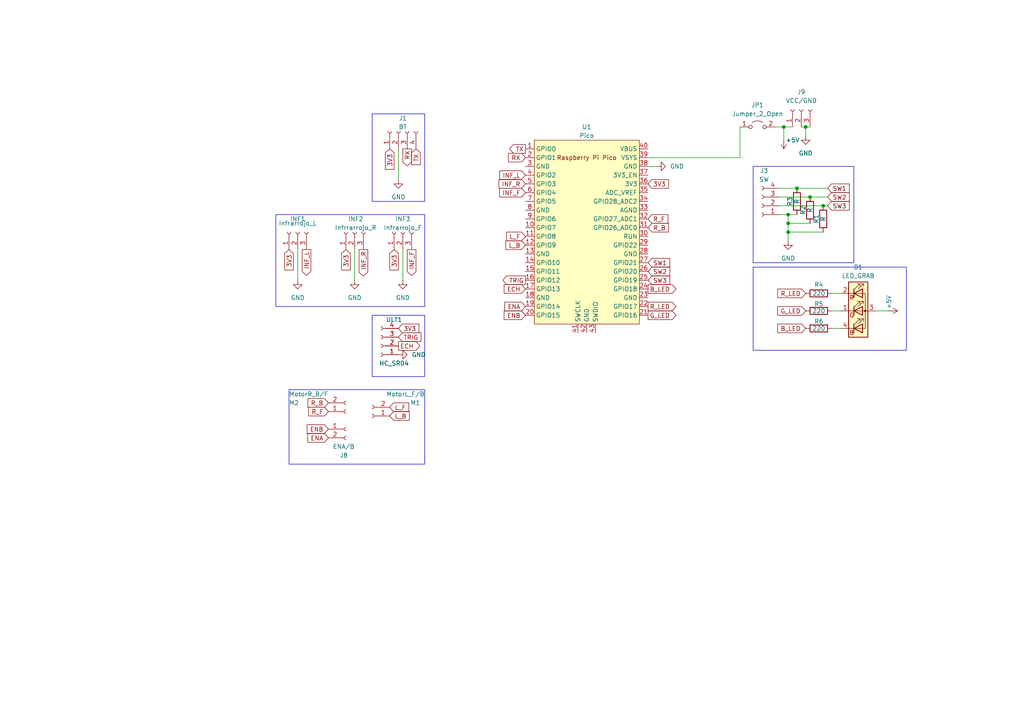
<source format=kicad_sch>
(kicad_sch (version 20230121) (generator eeschema)

  (uuid 4793dd5f-ddfa-4964-a920-07db34fd1590)

  (paper "A4")

  (title_block
    (title "Mainboard robot")
    (date "2023-11-27")
    (rev "1.6")
    (company "Yeti LLC.")
  )

  (lib_symbols
    (symbol "Connector:Conn_01x02_Female" (pin_names (offset 1.016) hide) (in_bom yes) (on_board yes)
      (property "Reference" "J" (at 0 2.54 0)
        (effects (font (size 1.27 1.27)))
      )
      (property "Value" "Conn_01x02_Female" (at 0 -5.08 0)
        (effects (font (size 1.27 1.27)))
      )
      (property "Footprint" "" (at 0 0 0)
        (effects (font (size 1.27 1.27)) hide)
      )
      (property "Datasheet" "~" (at 0 0 0)
        (effects (font (size 1.27 1.27)) hide)
      )
      (property "ki_keywords" "connector" (at 0 0 0)
        (effects (font (size 1.27 1.27)) hide)
      )
      (property "ki_description" "Generic connector, single row, 01x02, script generated (kicad-library-utils/schlib/autogen/connector/)" (at 0 0 0)
        (effects (font (size 1.27 1.27)) hide)
      )
      (property "ki_fp_filters" "Connector*:*_1x??_*" (at 0 0 0)
        (effects (font (size 1.27 1.27)) hide)
      )
      (symbol "Conn_01x02_Female_1_1"
        (arc (start 0 -2.032) (mid -0.5058 -2.54) (end 0 -3.048)
          (stroke (width 0.1524) (type default))
          (fill (type none))
        )
        (polyline
          (pts
            (xy -1.27 -2.54)
            (xy -0.508 -2.54)
          )
          (stroke (width 0.1524) (type default))
          (fill (type none))
        )
        (polyline
          (pts
            (xy -1.27 0)
            (xy -0.508 0)
          )
          (stroke (width 0.1524) (type default))
          (fill (type none))
        )
        (arc (start 0 0.508) (mid -0.5058 0) (end 0 -0.508)
          (stroke (width 0.1524) (type default))
          (fill (type none))
        )
        (pin passive line (at -5.08 0 0) (length 3.81)
          (name "Pin_1" (effects (font (size 1.27 1.27))))
          (number "1" (effects (font (size 1.27 1.27))))
        )
        (pin passive line (at -5.08 -2.54 0) (length 3.81)
          (name "Pin_2" (effects (font (size 1.27 1.27))))
          (number "2" (effects (font (size 1.27 1.27))))
        )
      )
    )
    (symbol "Connector:Conn_01x03_Female" (pin_names (offset 1.016) hide) (in_bom yes) (on_board yes)
      (property "Reference" "J" (at 0 5.08 0)
        (effects (font (size 1.27 1.27)))
      )
      (property "Value" "Conn_01x03_Female" (at 0 -5.08 0)
        (effects (font (size 1.27 1.27)))
      )
      (property "Footprint" "" (at 0 0 0)
        (effects (font (size 1.27 1.27)) hide)
      )
      (property "Datasheet" "~" (at 0 0 0)
        (effects (font (size 1.27 1.27)) hide)
      )
      (property "ki_keywords" "connector" (at 0 0 0)
        (effects (font (size 1.27 1.27)) hide)
      )
      (property "ki_description" "Generic connector, single row, 01x03, script generated (kicad-library-utils/schlib/autogen/connector/)" (at 0 0 0)
        (effects (font (size 1.27 1.27)) hide)
      )
      (property "ki_fp_filters" "Connector*:*_1x??_*" (at 0 0 0)
        (effects (font (size 1.27 1.27)) hide)
      )
      (symbol "Conn_01x03_Female_1_1"
        (arc (start 0 -2.032) (mid -0.5058 -2.54) (end 0 -3.048)
          (stroke (width 0.1524) (type default))
          (fill (type none))
        )
        (polyline
          (pts
            (xy -1.27 -2.54)
            (xy -0.508 -2.54)
          )
          (stroke (width 0.1524) (type default))
          (fill (type none))
        )
        (polyline
          (pts
            (xy -1.27 0)
            (xy -0.508 0)
          )
          (stroke (width 0.1524) (type default))
          (fill (type none))
        )
        (polyline
          (pts
            (xy -1.27 2.54)
            (xy -0.508 2.54)
          )
          (stroke (width 0.1524) (type default))
          (fill (type none))
        )
        (arc (start 0 0.508) (mid -0.5058 0) (end 0 -0.508)
          (stroke (width 0.1524) (type default))
          (fill (type none))
        )
        (arc (start 0 3.048) (mid -0.5058 2.54) (end 0 2.032)
          (stroke (width 0.1524) (type default))
          (fill (type none))
        )
        (pin passive line (at -5.08 2.54 0) (length 3.81)
          (name "Pin_1" (effects (font (size 1.27 1.27))))
          (number "1" (effects (font (size 1.27 1.27))))
        )
        (pin passive line (at -5.08 0 0) (length 3.81)
          (name "Pin_2" (effects (font (size 1.27 1.27))))
          (number "2" (effects (font (size 1.27 1.27))))
        )
        (pin passive line (at -5.08 -2.54 0) (length 3.81)
          (name "Pin_3" (effects (font (size 1.27 1.27))))
          (number "3" (effects (font (size 1.27 1.27))))
        )
      )
    )
    (symbol "Connector:Conn_01x04_Female" (pin_names (offset 1.016) hide) (in_bom yes) (on_board yes)
      (property "Reference" "J" (at 0 5.08 0)
        (effects (font (size 1.27 1.27)))
      )
      (property "Value" "Conn_01x04_Female" (at 0 -7.62 0)
        (effects (font (size 1.27 1.27)))
      )
      (property "Footprint" "" (at 0 0 0)
        (effects (font (size 1.27 1.27)) hide)
      )
      (property "Datasheet" "~" (at 0 0 0)
        (effects (font (size 1.27 1.27)) hide)
      )
      (property "ki_keywords" "connector" (at 0 0 0)
        (effects (font (size 1.27 1.27)) hide)
      )
      (property "ki_description" "Generic connector, single row, 01x04, script generated (kicad-library-utils/schlib/autogen/connector/)" (at 0 0 0)
        (effects (font (size 1.27 1.27)) hide)
      )
      (property "ki_fp_filters" "Connector*:*_1x??_*" (at 0 0 0)
        (effects (font (size 1.27 1.27)) hide)
      )
      (symbol "Conn_01x04_Female_1_1"
        (arc (start 0 -4.572) (mid -0.5058 -5.08) (end 0 -5.588)
          (stroke (width 0.1524) (type default))
          (fill (type none))
        )
        (arc (start 0 -2.032) (mid -0.5058 -2.54) (end 0 -3.048)
          (stroke (width 0.1524) (type default))
          (fill (type none))
        )
        (polyline
          (pts
            (xy -1.27 -5.08)
            (xy -0.508 -5.08)
          )
          (stroke (width 0.1524) (type default))
          (fill (type none))
        )
        (polyline
          (pts
            (xy -1.27 -2.54)
            (xy -0.508 -2.54)
          )
          (stroke (width 0.1524) (type default))
          (fill (type none))
        )
        (polyline
          (pts
            (xy -1.27 0)
            (xy -0.508 0)
          )
          (stroke (width 0.1524) (type default))
          (fill (type none))
        )
        (polyline
          (pts
            (xy -1.27 2.54)
            (xy -0.508 2.54)
          )
          (stroke (width 0.1524) (type default))
          (fill (type none))
        )
        (arc (start 0 0.508) (mid -0.5058 0) (end 0 -0.508)
          (stroke (width 0.1524) (type default))
          (fill (type none))
        )
        (arc (start 0 3.048) (mid -0.5058 2.54) (end 0 2.032)
          (stroke (width 0.1524) (type default))
          (fill (type none))
        )
        (pin passive line (at -5.08 2.54 0) (length 3.81)
          (name "Pin_1" (effects (font (size 1.27 1.27))))
          (number "1" (effects (font (size 1.27 1.27))))
        )
        (pin passive line (at -5.08 0 0) (length 3.81)
          (name "Pin_2" (effects (font (size 1.27 1.27))))
          (number "2" (effects (font (size 1.27 1.27))))
        )
        (pin passive line (at -5.08 -2.54 0) (length 3.81)
          (name "Pin_3" (effects (font (size 1.27 1.27))))
          (number "3" (effects (font (size 1.27 1.27))))
        )
        (pin passive line (at -5.08 -5.08 0) (length 3.81)
          (name "Pin_4" (effects (font (size 1.27 1.27))))
          (number "4" (effects (font (size 1.27 1.27))))
        )
      )
    )
    (symbol "Device:LED_GRAB" (pin_names (offset 0) hide) (in_bom yes) (on_board yes)
      (property "Reference" "D" (at 0 9.398 0)
        (effects (font (size 1.27 1.27)))
      )
      (property "Value" "LED_GRAB" (at 0 -8.89 0)
        (effects (font (size 1.27 1.27)))
      )
      (property "Footprint" "" (at 0 -1.27 0)
        (effects (font (size 1.27 1.27)) hide)
      )
      (property "Datasheet" "~" (at 0 -1.27 0)
        (effects (font (size 1.27 1.27)) hide)
      )
      (property "ki_keywords" "LED RGB diode" (at 0 0 0)
        (effects (font (size 1.27 1.27)) hide)
      )
      (property "ki_description" "RGB LED, green/red/anode/blue" (at 0 0 0)
        (effects (font (size 1.27 1.27)) hide)
      )
      (property "ki_fp_filters" "LED* LED_SMD:* LED_THT:*" (at 0 0 0)
        (effects (font (size 1.27 1.27)) hide)
      )
      (symbol "LED_GRAB_0_0"
        (text "B" (at -1.905 -6.35 0)
          (effects (font (size 1.27 1.27)))
        )
        (text "G" (at -1.905 -1.27 0)
          (effects (font (size 1.27 1.27)))
        )
        (text "R" (at -1.905 3.81 0)
          (effects (font (size 1.27 1.27)))
        )
      )
      (symbol "LED_GRAB_0_1"
        (polyline
          (pts
            (xy -1.27 -5.08)
            (xy -2.54 -5.08)
          )
          (stroke (width 0) (type default))
          (fill (type none))
        )
        (polyline
          (pts
            (xy -1.27 -5.08)
            (xy 1.27 -5.08)
          )
          (stroke (width 0) (type default))
          (fill (type none))
        )
        (polyline
          (pts
            (xy -1.27 -3.81)
            (xy -1.27 -6.35)
          )
          (stroke (width 0.254) (type default))
          (fill (type none))
        )
        (polyline
          (pts
            (xy -1.27 0)
            (xy -2.54 0)
          )
          (stroke (width 0) (type default))
          (fill (type none))
        )
        (polyline
          (pts
            (xy -1.27 1.27)
            (xy -1.27 -1.27)
          )
          (stroke (width 0.254) (type default))
          (fill (type none))
        )
        (polyline
          (pts
            (xy -1.27 5.08)
            (xy -2.54 5.08)
          )
          (stroke (width 0) (type default))
          (fill (type none))
        )
        (polyline
          (pts
            (xy -1.27 5.08)
            (xy 1.27 5.08)
          )
          (stroke (width 0) (type default))
          (fill (type none))
        )
        (polyline
          (pts
            (xy -1.27 6.35)
            (xy -1.27 3.81)
          )
          (stroke (width 0.254) (type default))
          (fill (type none))
        )
        (polyline
          (pts
            (xy 1.27 0)
            (xy -1.27 0)
          )
          (stroke (width 0) (type default))
          (fill (type none))
        )
        (polyline
          (pts
            (xy 1.27 0)
            (xy 2.54 0)
          )
          (stroke (width 0) (type default))
          (fill (type none))
        )
        (polyline
          (pts
            (xy -1.27 1.27)
            (xy -1.27 -1.27)
            (xy -1.27 -1.27)
          )
          (stroke (width 0) (type default))
          (fill (type none))
        )
        (polyline
          (pts
            (xy -1.27 6.35)
            (xy -1.27 3.81)
            (xy -1.27 3.81)
          )
          (stroke (width 0) (type default))
          (fill (type none))
        )
        (polyline
          (pts
            (xy 1.27 -5.08)
            (xy 2.032 -5.08)
            (xy 2.032 5.08)
            (xy 1.27 5.08)
          )
          (stroke (width 0) (type default))
          (fill (type none))
        )
        (polyline
          (pts
            (xy 1.27 -3.81)
            (xy 1.27 -6.35)
            (xy -1.27 -5.08)
            (xy 1.27 -3.81)
          )
          (stroke (width 0.254) (type default))
          (fill (type none))
        )
        (polyline
          (pts
            (xy 1.27 1.27)
            (xy 1.27 -1.27)
            (xy -1.27 0)
            (xy 1.27 1.27)
          )
          (stroke (width 0.254) (type default))
          (fill (type none))
        )
        (polyline
          (pts
            (xy 1.27 6.35)
            (xy 1.27 3.81)
            (xy -1.27 5.08)
            (xy 1.27 6.35)
          )
          (stroke (width 0.254) (type default))
          (fill (type none))
        )
        (polyline
          (pts
            (xy -1.016 -3.81)
            (xy 0.508 -2.286)
            (xy -0.254 -2.286)
            (xy 0.508 -2.286)
            (xy 0.508 -3.048)
          )
          (stroke (width 0) (type default))
          (fill (type none))
        )
        (polyline
          (pts
            (xy -1.016 1.27)
            (xy 0.508 2.794)
            (xy -0.254 2.794)
            (xy 0.508 2.794)
            (xy 0.508 2.032)
          )
          (stroke (width 0) (type default))
          (fill (type none))
        )
        (polyline
          (pts
            (xy -1.016 6.35)
            (xy 0.508 7.874)
            (xy -0.254 7.874)
            (xy 0.508 7.874)
            (xy 0.508 7.112)
          )
          (stroke (width 0) (type default))
          (fill (type none))
        )
        (polyline
          (pts
            (xy 0 -3.81)
            (xy 1.524 -2.286)
            (xy 0.762 -2.286)
            (xy 1.524 -2.286)
            (xy 1.524 -3.048)
          )
          (stroke (width 0) (type default))
          (fill (type none))
        )
        (polyline
          (pts
            (xy 0 1.27)
            (xy 1.524 2.794)
            (xy 0.762 2.794)
            (xy 1.524 2.794)
            (xy 1.524 2.032)
          )
          (stroke (width 0) (type default))
          (fill (type none))
        )
        (polyline
          (pts
            (xy 0 6.35)
            (xy 1.524 7.874)
            (xy 0.762 7.874)
            (xy 1.524 7.874)
            (xy 1.524 7.112)
          )
          (stroke (width 0) (type default))
          (fill (type none))
        )
        (rectangle (start 1.27 -1.27) (end 1.27 1.27)
          (stroke (width 0) (type default))
          (fill (type none))
        )
        (rectangle (start 1.27 1.27) (end 1.27 1.27)
          (stroke (width 0) (type default))
          (fill (type none))
        )
        (rectangle (start 1.27 3.81) (end 1.27 6.35)
          (stroke (width 0) (type default))
          (fill (type none))
        )
        (rectangle (start 1.27 6.35) (end 1.27 6.35)
          (stroke (width 0) (type default))
          (fill (type none))
        )
        (circle (center 2.032 0) (radius 0.254)
          (stroke (width 0) (type default))
          (fill (type outline))
        )
        (rectangle (start 2.794 8.382) (end -2.794 -7.62)
          (stroke (width 0.254) (type default))
          (fill (type background))
        )
      )
      (symbol "LED_GRAB_1_1"
        (pin passive line (at -5.08 0 0) (length 2.54)
          (name "GK" (effects (font (size 1.27 1.27))))
          (number "1" (effects (font (size 1.27 1.27))))
        )
        (pin passive line (at -5.08 5.08 0) (length 2.54)
          (name "RK" (effects (font (size 1.27 1.27))))
          (number "2" (effects (font (size 1.27 1.27))))
        )
        (pin passive line (at 5.08 0 180) (length 2.54)
          (name "A" (effects (font (size 1.27 1.27))))
          (number "3" (effects (font (size 1.27 1.27))))
        )
        (pin passive line (at -5.08 -5.08 0) (length 2.54)
          (name "BK" (effects (font (size 1.27 1.27))))
          (number "4" (effects (font (size 1.27 1.27))))
        )
      )
    )
    (symbol "Device:R" (pin_numbers hide) (pin_names (offset 0)) (in_bom yes) (on_board yes)
      (property "Reference" "R" (at 2.032 0 90)
        (effects (font (size 1.27 1.27)))
      )
      (property "Value" "R" (at 0 0 90)
        (effects (font (size 1.27 1.27)))
      )
      (property "Footprint" "" (at -1.778 0 90)
        (effects (font (size 1.27 1.27)) hide)
      )
      (property "Datasheet" "~" (at 0 0 0)
        (effects (font (size 1.27 1.27)) hide)
      )
      (property "ki_keywords" "R res resistor" (at 0 0 0)
        (effects (font (size 1.27 1.27)) hide)
      )
      (property "ki_description" "Resistor" (at 0 0 0)
        (effects (font (size 1.27 1.27)) hide)
      )
      (property "ki_fp_filters" "R_*" (at 0 0 0)
        (effects (font (size 1.27 1.27)) hide)
      )
      (symbol "R_0_1"
        (rectangle (start -1.016 -2.54) (end 1.016 2.54)
          (stroke (width 0.254) (type default))
          (fill (type none))
        )
      )
      (symbol "R_1_1"
        (pin passive line (at 0 3.81 270) (length 1.27)
          (name "~" (effects (font (size 1.27 1.27))))
          (number "1" (effects (font (size 1.27 1.27))))
        )
        (pin passive line (at 0 -3.81 90) (length 1.27)
          (name "~" (effects (font (size 1.27 1.27))))
          (number "2" (effects (font (size 1.27 1.27))))
        )
      )
    )
    (symbol "GND_1" (power) (pin_names (offset 0)) (in_bom yes) (on_board yes)
      (property "Reference" "#PWR" (at 0 -6.35 0)
        (effects (font (size 1.27 1.27)) hide)
      )
      (property "Value" "GND_1" (at 0 -3.81 0)
        (effects (font (size 1.27 1.27)))
      )
      (property "Footprint" "" (at 0 0 0)
        (effects (font (size 1.27 1.27)) hide)
      )
      (property "Datasheet" "" (at 0 0 0)
        (effects (font (size 1.27 1.27)) hide)
      )
      (property "ki_keywords" "global power" (at 0 0 0)
        (effects (font (size 1.27 1.27)) hide)
      )
      (property "ki_description" "Power symbol creates a global label with name \"GND\" , ground" (at 0 0 0)
        (effects (font (size 1.27 1.27)) hide)
      )
      (symbol "GND_1_0_1"
        (polyline
          (pts
            (xy 0 0)
            (xy 0 -1.27)
            (xy 1.27 -1.27)
            (xy 0 -2.54)
            (xy -1.27 -1.27)
            (xy 0 -1.27)
          )
          (stroke (width 0) (type default))
          (fill (type none))
        )
      )
      (symbol "GND_1_1_1"
        (pin power_in line (at 0 0 270) (length 0) hide
          (name "GND" (effects (font (size 1.27 1.27))))
          (number "1" (effects (font (size 1.27 1.27))))
        )
      )
    )
    (symbol "Jumper:Jumper_2_Open" (pin_names (offset 0) hide) (in_bom yes) (on_board yes)
      (property "Reference" "JP" (at 0 2.794 0)
        (effects (font (size 1.27 1.27)))
      )
      (property "Value" "Jumper_2_Open" (at 0 -2.286 0)
        (effects (font (size 1.27 1.27)))
      )
      (property "Footprint" "" (at 0 0 0)
        (effects (font (size 1.27 1.27)) hide)
      )
      (property "Datasheet" "~" (at 0 0 0)
        (effects (font (size 1.27 1.27)) hide)
      )
      (property "ki_keywords" "Jumper SPST" (at 0 0 0)
        (effects (font (size 1.27 1.27)) hide)
      )
      (property "ki_description" "Jumper, 2-pole, open" (at 0 0 0)
        (effects (font (size 1.27 1.27)) hide)
      )
      (property "ki_fp_filters" "Jumper* TestPoint*2Pads* TestPoint*Bridge*" (at 0 0 0)
        (effects (font (size 1.27 1.27)) hide)
      )
      (symbol "Jumper_2_Open_0_0"
        (circle (center -2.032 0) (radius 0.508)
          (stroke (width 0) (type default))
          (fill (type none))
        )
        (circle (center 2.032 0) (radius 0.508)
          (stroke (width 0) (type default))
          (fill (type none))
        )
      )
      (symbol "Jumper_2_Open_0_1"
        (arc (start 1.524 1.27) (mid 0 1.778) (end -1.524 1.27)
          (stroke (width 0) (type default))
          (fill (type none))
        )
      )
      (symbol "Jumper_2_Open_1_1"
        (pin passive line (at -5.08 0 0) (length 2.54)
          (name "A" (effects (font (size 1.27 1.27))))
          (number "1" (effects (font (size 1.27 1.27))))
        )
        (pin passive line (at 5.08 0 180) (length 2.54)
          (name "B" (effects (font (size 1.27 1.27))))
          (number "2" (effects (font (size 1.27 1.27))))
        )
      )
    )
    (symbol "MCU_RaspberryPi_and_Boards:Pico" (in_bom yes) (on_board yes)
      (property "Reference" "U" (at -13.97 27.94 0)
        (effects (font (size 1.27 1.27)))
      )
      (property "Value" "Pico" (at 0 19.05 0)
        (effects (font (size 1.27 1.27)))
      )
      (property "Footprint" "RPi_Pico:RPi_Pico_SMD_TH" (at 0 0 90)
        (effects (font (size 1.27 1.27)) hide)
      )
      (property "Datasheet" "" (at 0 0 0)
        (effects (font (size 1.27 1.27)) hide)
      )
      (symbol "Pico_0_0"
        (text "Raspberry Pi Pico" (at 0 21.59 0)
          (effects (font (size 1.27 1.27)))
        )
      )
      (symbol "Pico_0_1"
        (rectangle (start -15.24 26.67) (end 15.24 -26.67)
          (stroke (width 0) (type default))
          (fill (type background))
        )
      )
      (symbol "Pico_1_1"
        (pin bidirectional line (at -17.78 24.13 0) (length 2.54)
          (name "GPIO0" (effects (font (size 1.27 1.27))))
          (number "1" (effects (font (size 1.27 1.27))))
        )
        (pin bidirectional line (at -17.78 1.27 0) (length 2.54)
          (name "GPIO7" (effects (font (size 1.27 1.27))))
          (number "10" (effects (font (size 1.27 1.27))))
        )
        (pin bidirectional line (at -17.78 -1.27 0) (length 2.54)
          (name "GPIO8" (effects (font (size 1.27 1.27))))
          (number "11" (effects (font (size 1.27 1.27))))
        )
        (pin bidirectional line (at -17.78 -3.81 0) (length 2.54)
          (name "GPIO9" (effects (font (size 1.27 1.27))))
          (number "12" (effects (font (size 1.27 1.27))))
        )
        (pin power_in line (at -17.78 -6.35 0) (length 2.54)
          (name "GND" (effects (font (size 1.27 1.27))))
          (number "13" (effects (font (size 1.27 1.27))))
        )
        (pin bidirectional line (at -17.78 -8.89 0) (length 2.54)
          (name "GPIO10" (effects (font (size 1.27 1.27))))
          (number "14" (effects (font (size 1.27 1.27))))
        )
        (pin bidirectional line (at -17.78 -11.43 0) (length 2.54)
          (name "GPIO11" (effects (font (size 1.27 1.27))))
          (number "15" (effects (font (size 1.27 1.27))))
        )
        (pin bidirectional line (at -17.78 -13.97 0) (length 2.54)
          (name "GPIO12" (effects (font (size 1.27 1.27))))
          (number "16" (effects (font (size 1.27 1.27))))
        )
        (pin bidirectional line (at -17.78 -16.51 0) (length 2.54)
          (name "GPIO13" (effects (font (size 1.27 1.27))))
          (number "17" (effects (font (size 1.27 1.27))))
        )
        (pin power_in line (at -17.78 -19.05 0) (length 2.54)
          (name "GND" (effects (font (size 1.27 1.27))))
          (number "18" (effects (font (size 1.27 1.27))))
        )
        (pin bidirectional line (at -17.78 -21.59 0) (length 2.54)
          (name "GPIO14" (effects (font (size 1.27 1.27))))
          (number "19" (effects (font (size 1.27 1.27))))
        )
        (pin bidirectional line (at -17.78 21.59 0) (length 2.54)
          (name "GPIO1" (effects (font (size 1.27 1.27))))
          (number "2" (effects (font (size 1.27 1.27))))
        )
        (pin bidirectional line (at -17.78 -24.13 0) (length 2.54)
          (name "GPIO15" (effects (font (size 1.27 1.27))))
          (number "20" (effects (font (size 1.27 1.27))))
        )
        (pin bidirectional line (at 17.78 -24.13 180) (length 2.54)
          (name "GPIO16" (effects (font (size 1.27 1.27))))
          (number "21" (effects (font (size 1.27 1.27))))
        )
        (pin bidirectional line (at 17.78 -21.59 180) (length 2.54)
          (name "GPIO17" (effects (font (size 1.27 1.27))))
          (number "22" (effects (font (size 1.27 1.27))))
        )
        (pin power_in line (at 17.78 -19.05 180) (length 2.54)
          (name "GND" (effects (font (size 1.27 1.27))))
          (number "23" (effects (font (size 1.27 1.27))))
        )
        (pin bidirectional line (at 17.78 -16.51 180) (length 2.54)
          (name "GPIO18" (effects (font (size 1.27 1.27))))
          (number "24" (effects (font (size 1.27 1.27))))
        )
        (pin bidirectional line (at 17.78 -13.97 180) (length 2.54)
          (name "GPIO19" (effects (font (size 1.27 1.27))))
          (number "25" (effects (font (size 1.27 1.27))))
        )
        (pin bidirectional line (at 17.78 -11.43 180) (length 2.54)
          (name "GPIO20" (effects (font (size 1.27 1.27))))
          (number "26" (effects (font (size 1.27 1.27))))
        )
        (pin bidirectional line (at 17.78 -8.89 180) (length 2.54)
          (name "GPIO21" (effects (font (size 1.27 1.27))))
          (number "27" (effects (font (size 1.27 1.27))))
        )
        (pin power_in line (at 17.78 -6.35 180) (length 2.54)
          (name "GND" (effects (font (size 1.27 1.27))))
          (number "28" (effects (font (size 1.27 1.27))))
        )
        (pin bidirectional line (at 17.78 -3.81 180) (length 2.54)
          (name "GPIO22" (effects (font (size 1.27 1.27))))
          (number "29" (effects (font (size 1.27 1.27))))
        )
        (pin power_in line (at -17.78 19.05 0) (length 2.54)
          (name "GND" (effects (font (size 1.27 1.27))))
          (number "3" (effects (font (size 1.27 1.27))))
        )
        (pin input line (at 17.78 -1.27 180) (length 2.54)
          (name "RUN" (effects (font (size 1.27 1.27))))
          (number "30" (effects (font (size 1.27 1.27))))
        )
        (pin bidirectional line (at 17.78 1.27 180) (length 2.54)
          (name "GPIO26_ADC0" (effects (font (size 1.27 1.27))))
          (number "31" (effects (font (size 1.27 1.27))))
        )
        (pin bidirectional line (at 17.78 3.81 180) (length 2.54)
          (name "GPIO27_ADC1" (effects (font (size 1.27 1.27))))
          (number "32" (effects (font (size 1.27 1.27))))
        )
        (pin power_in line (at 17.78 6.35 180) (length 2.54)
          (name "AGND" (effects (font (size 1.27 1.27))))
          (number "33" (effects (font (size 1.27 1.27))))
        )
        (pin bidirectional line (at 17.78 8.89 180) (length 2.54)
          (name "GPIO28_ADC2" (effects (font (size 1.27 1.27))))
          (number "34" (effects (font (size 1.27 1.27))))
        )
        (pin power_in line (at 17.78 11.43 180) (length 2.54)
          (name "ADC_VREF" (effects (font (size 1.27 1.27))))
          (number "35" (effects (font (size 1.27 1.27))))
        )
        (pin power_in line (at 17.78 13.97 180) (length 2.54)
          (name "3V3" (effects (font (size 1.27 1.27))))
          (number "36" (effects (font (size 1.27 1.27))))
        )
        (pin input line (at 17.78 16.51 180) (length 2.54)
          (name "3V3_EN" (effects (font (size 1.27 1.27))))
          (number "37" (effects (font (size 1.27 1.27))))
        )
        (pin bidirectional line (at 17.78 19.05 180) (length 2.54)
          (name "GND" (effects (font (size 1.27 1.27))))
          (number "38" (effects (font (size 1.27 1.27))))
        )
        (pin power_in line (at 17.78 21.59 180) (length 2.54)
          (name "VSYS" (effects (font (size 1.27 1.27))))
          (number "39" (effects (font (size 1.27 1.27))))
        )
        (pin bidirectional line (at -17.78 16.51 0) (length 2.54)
          (name "GPIO2" (effects (font (size 1.27 1.27))))
          (number "4" (effects (font (size 1.27 1.27))))
        )
        (pin power_in line (at 17.78 24.13 180) (length 2.54)
          (name "VBUS" (effects (font (size 1.27 1.27))))
          (number "40" (effects (font (size 1.27 1.27))))
        )
        (pin input line (at -2.54 -29.21 90) (length 2.54)
          (name "SWCLK" (effects (font (size 1.27 1.27))))
          (number "41" (effects (font (size 1.27 1.27))))
        )
        (pin power_in line (at 0 -29.21 90) (length 2.54)
          (name "GND" (effects (font (size 1.27 1.27))))
          (number "42" (effects (font (size 1.27 1.27))))
        )
        (pin bidirectional line (at 2.54 -29.21 90) (length 2.54)
          (name "SWDIO" (effects (font (size 1.27 1.27))))
          (number "43" (effects (font (size 1.27 1.27))))
        )
        (pin bidirectional line (at -17.78 13.97 0) (length 2.54)
          (name "GPIO3" (effects (font (size 1.27 1.27))))
          (number "5" (effects (font (size 1.27 1.27))))
        )
        (pin bidirectional line (at -17.78 11.43 0) (length 2.54)
          (name "GPIO4" (effects (font (size 1.27 1.27))))
          (number "6" (effects (font (size 1.27 1.27))))
        )
        (pin bidirectional line (at -17.78 8.89 0) (length 2.54)
          (name "GPIO5" (effects (font (size 1.27 1.27))))
          (number "7" (effects (font (size 1.27 1.27))))
        )
        (pin power_in line (at -17.78 6.35 0) (length 2.54)
          (name "GND" (effects (font (size 1.27 1.27))))
          (number "8" (effects (font (size 1.27 1.27))))
        )
        (pin bidirectional line (at -17.78 3.81 0) (length 2.54)
          (name "GPIO6" (effects (font (size 1.27 1.27))))
          (number "9" (effects (font (size 1.27 1.27))))
        )
      )
    )
    (symbol "power:+5V" (power) (pin_names (offset 0)) (in_bom yes) (on_board yes)
      (property "Reference" "#PWR" (at 0 -3.81 0)
        (effects (font (size 1.27 1.27)) hide)
      )
      (property "Value" "+5V" (at 0 3.556 0)
        (effects (font (size 1.27 1.27)))
      )
      (property "Footprint" "" (at 0 0 0)
        (effects (font (size 1.27 1.27)) hide)
      )
      (property "Datasheet" "" (at 0 0 0)
        (effects (font (size 1.27 1.27)) hide)
      )
      (property "ki_keywords" "power-flag" (at 0 0 0)
        (effects (font (size 1.27 1.27)) hide)
      )
      (property "ki_description" "Power symbol creates a global label with name \"+5V\"" (at 0 0 0)
        (effects (font (size 1.27 1.27)) hide)
      )
      (symbol "+5V_0_1"
        (polyline
          (pts
            (xy -0.762 1.27)
            (xy 0 2.54)
          )
          (stroke (width 0) (type default))
          (fill (type none))
        )
        (polyline
          (pts
            (xy 0 0)
            (xy 0 2.54)
          )
          (stroke (width 0) (type default))
          (fill (type none))
        )
        (polyline
          (pts
            (xy 0 2.54)
            (xy 0.762 1.27)
          )
          (stroke (width 0) (type default))
          (fill (type none))
        )
      )
      (symbol "+5V_1_1"
        (pin power_in line (at 0 0 90) (length 0) hide
          (name "+5V" (effects (font (size 1.27 1.27))))
          (number "1" (effects (font (size 1.27 1.27))))
        )
      )
    )
    (symbol "power:GND" (power) (pin_names (offset 0)) (in_bom yes) (on_board yes)
      (property "Reference" "#PWR" (at 0 -6.35 0)
        (effects (font (size 1.27 1.27)) hide)
      )
      (property "Value" "GND" (at 0 -3.81 0)
        (effects (font (size 1.27 1.27)))
      )
      (property "Footprint" "" (at 0 0 0)
        (effects (font (size 1.27 1.27)) hide)
      )
      (property "Datasheet" "" (at 0 0 0)
        (effects (font (size 1.27 1.27)) hide)
      )
      (property "ki_keywords" "power-flag" (at 0 0 0)
        (effects (font (size 1.27 1.27)) hide)
      )
      (property "ki_description" "Power symbol creates a global label with name \"GND\" , ground" (at 0 0 0)
        (effects (font (size 1.27 1.27)) hide)
      )
      (symbol "GND_0_1"
        (polyline
          (pts
            (xy 0 0)
            (xy 0 -1.27)
            (xy 1.27 -1.27)
            (xy 0 -2.54)
            (xy -1.27 -1.27)
            (xy 0 -1.27)
          )
          (stroke (width 0) (type default))
          (fill (type none))
        )
      )
      (symbol "GND_1_1"
        (pin power_in line (at 0 0 270) (length 0) hide
          (name "GND" (effects (font (size 1.27 1.27))))
          (number "1" (effects (font (size 1.27 1.27))))
        )
      )
    )
  )

  (junction (at 234.95 57.15) (diameter 0) (color 0 0 0 0)
    (uuid 07750714-aee9-430a-aa23-7664c3e11cbc)
  )
  (junction (at 238.76 59.69) (diameter 0) (color 0 0 0 0)
    (uuid 0c1ac042-0890-4560-b898-063ee044bc64)
  )
  (junction (at 227.33 36.83) (diameter 0) (color 0 0 0 0)
    (uuid 0f6343ab-e097-4097-9726-e73b1844493d)
  )
  (junction (at 228.6 64.77) (diameter 0) (color 0 0 0 0)
    (uuid 249073bf-61e2-4198-aedc-930a2eaa65e4)
  )
  (junction (at 231.14 54.61) (diameter 0) (color 0 0 0 0)
    (uuid 25cdf444-5127-4636-8f19-17b64ab0b475)
  )
  (junction (at 228.6 62.23) (diameter 0) (color 0 0 0 0)
    (uuid 96435e79-6d85-4cd1-b01a-db23d406b6bd)
  )
  (junction (at 233.68 36.83) (diameter 0) (color 0 0 0 0)
    (uuid a74f9ade-b874-4696-884d-50bba6430e68)
  )
  (junction (at 228.6 67.31) (diameter 0) (color 0 0 0 0)
    (uuid a903eb2b-688d-439a-bfaa-e97dd5703a7a)
  )

  (wire (pts (xy 240.03 54.61) (xy 231.14 54.61))
    (stroke (width 0) (type default))
    (uuid 015ade66-7782-47ea-944a-cd7c885881ba)
  )
  (wire (pts (xy 228.6 64.77) (xy 228.6 67.31))
    (stroke (width 0) (type default))
    (uuid 15c5185d-6fc7-4804-afad-f923d4bfbd0b)
  )
  (wire (pts (xy 226.06 62.23) (xy 228.6 62.23))
    (stroke (width 0) (type default))
    (uuid 220b3e85-1a1f-45c3-8fcb-a7b10c4440ef)
  )
  (wire (pts (xy 241.3 90.17) (xy 243.84 90.17))
    (stroke (width 0) (type default))
    (uuid 234c837f-32f6-4e4a-b3f0-8af5d0490652)
  )
  (wire (pts (xy 228.6 62.23) (xy 231.14 62.23))
    (stroke (width 0) (type default))
    (uuid 3547b0d6-f6af-42cd-846e-693d10b25210)
  )
  (wire (pts (xy 231.14 54.61) (xy 226.06 54.61))
    (stroke (width 0) (type default))
    (uuid 4ad62a54-f8bf-4c45-99fc-a4980b2055d5)
  )
  (wire (pts (xy 240.03 59.69) (xy 238.76 59.69))
    (stroke (width 0) (type default))
    (uuid 5a6d5051-c76e-4bea-8790-0a8a44becfc6)
  )
  (wire (pts (xy 234.95 57.15) (xy 226.06 57.15))
    (stroke (width 0) (type default))
    (uuid 624a5ef9-cde7-4064-9c8b-675c98d6c7f7)
  )
  (wire (pts (xy 233.68 36.83) (xy 234.95 36.83))
    (stroke (width 0) (type default))
    (uuid 6bbe1478-146f-4411-99be-4d236e14f83b)
  )
  (wire (pts (xy 240.03 57.15) (xy 234.95 57.15))
    (stroke (width 0) (type default))
    (uuid 71cd3f6f-d007-46f2-9492-10f88d205547)
  )
  (wire (pts (xy 254 90.17) (xy 257.81 90.17))
    (stroke (width 0) (type default))
    (uuid 7510df7f-eb84-469e-a632-f19679d55157)
  )
  (wire (pts (xy 228.6 64.77) (xy 234.95 64.77))
    (stroke (width 0) (type default))
    (uuid 76849a86-6757-4567-bb91-41c6c3cefbc5)
  )
  (wire (pts (xy 115.57 52.07) (xy 115.57 43.18))
    (stroke (width 0) (type default))
    (uuid 7d8cd526-7fd4-4ebd-bc59-b15db0e6c11e)
  )
  (wire (pts (xy 241.3 95.25) (xy 243.84 95.25))
    (stroke (width 0) (type default))
    (uuid 81afa657-b70b-43b2-8f8a-7c4b5ac47d99)
  )
  (wire (pts (xy 238.76 59.69) (xy 226.06 59.69))
    (stroke (width 0) (type default))
    (uuid 83926acb-3f02-4705-99c7-e3fa0cc1bede)
  )
  (wire (pts (xy 224.79 36.83) (xy 227.33 36.83))
    (stroke (width 0) (type default))
    (uuid 965730ef-60ae-4c2d-b2bf-21d8c3fb5fed)
  )
  (wire (pts (xy 228.6 67.31) (xy 228.6 69.85))
    (stroke (width 0) (type default))
    (uuid a30107b0-ea5c-4bb8-91e8-727304f47836)
  )
  (wire (pts (xy 232.41 36.83) (xy 233.68 36.83))
    (stroke (width 0) (type default))
    (uuid afa2380d-6266-4228-807b-e323ee282953)
  )
  (wire (pts (xy 228.6 62.23) (xy 228.6 64.77))
    (stroke (width 0) (type default))
    (uuid b7e31a32-92d6-4578-8a4f-aa664e546b13)
  )
  (wire (pts (xy 116.84 72.39) (xy 116.84 81.28))
    (stroke (width 0) (type default))
    (uuid c0336b1b-efe5-41ea-99c1-b10f27276942)
  )
  (wire (pts (xy 227.33 36.83) (xy 227.33 40.64))
    (stroke (width 0) (type default))
    (uuid c6e9cac4-e95d-4bd4-8df0-17a4bdbafb68)
  )
  (wire (pts (xy 86.36 72.39) (xy 86.36 81.28))
    (stroke (width 0) (type default))
    (uuid de6ea51e-8328-4cbb-974e-3a68ccbbdb67)
  )
  (wire (pts (xy 102.87 72.39) (xy 102.87 81.28))
    (stroke (width 0) (type default))
    (uuid e37b6192-2c53-4e77-8dbc-a4145571830d)
  )
  (wire (pts (xy 228.6 67.31) (xy 238.76 67.31))
    (stroke (width 0) (type default))
    (uuid e483fcb2-01cd-4833-ad9f-09e066bf864c)
  )
  (wire (pts (xy 187.96 48.26) (xy 190.5 48.26))
    (stroke (width 0) (type default))
    (uuid e9a08b7f-45c4-4763-9d0c-26c89974c1f7)
  )
  (wire (pts (xy 227.33 36.83) (xy 229.87 36.83))
    (stroke (width 0) (type default))
    (uuid e9b4498b-f1b8-42dc-93ca-f76765b23746)
  )
  (wire (pts (xy 241.3 85.09) (xy 243.84 85.09))
    (stroke (width 0) (type default))
    (uuid edb66d6e-c89b-475b-84b2-d33fb73731cd)
  )
  (wire (pts (xy 233.68 36.83) (xy 233.68 39.37))
    (stroke (width 0) (type default))
    (uuid efa43e66-c38d-494f-ac25-9dbbe471c4b8)
  )
  (wire (pts (xy 214.63 45.72) (xy 214.63 36.83))
    (stroke (width 0) (type default))
    (uuid fc15bcc7-9837-41ac-b912-6e82a677af83)
  )
  (wire (pts (xy 187.96 45.72) (xy 214.63 45.72))
    (stroke (width 0) (type default))
    (uuid ffaa8d05-099a-44a1-936c-7e0226f0418a)
  )

  (rectangle (start 218.44 48.26) (end 247.65 76.2)
    (stroke (width 0) (type default))
    (fill (type none))
    (uuid 2b7dd08d-3fb9-467e-a694-645097587202)
  )
  (rectangle (start 218.44 77.47) (end 262.89 101.6)
    (stroke (width 0) (type default))
    (fill (type none))
    (uuid 6cbc8b20-050d-4d98-a3e6-99f2b05b5657)
  )
  (rectangle (start 83.82 113.03) (end 123.19 134.62)
    (stroke (width 0) (type default))
    (fill (type none))
    (uuid 7a1d3882-6b58-4293-974e-5fc121ae6cf4)
  )
  (rectangle (start 107.95 33.02) (end 123.19 58.42)
    (stroke (width 0) (type default))
    (fill (type none))
    (uuid f316d641-f017-4992-a71a-b1db1cbf44d7)
  )
  (rectangle (start 80.01 62.23) (end 123.19 88.9)
    (stroke (width 0) (type default))
    (fill (type none))
    (uuid f76e4f09-b949-4e74-8700-bb36035b45e3)
  )
  (rectangle (start 107.95 91.44) (end 123.19 109.22)
    (stroke (width 0) (type default))
    (fill (type none))
    (uuid fa3aa5cd-1399-45fa-bfac-4dd7a5a5496e)
  )

  (global_label "B_LED" (shape output) (at 187.96 83.82 0) (fields_autoplaced)
    (effects (font (size 1.27 1.27)) (justify left))
    (uuid 09fb3ef6-bbb4-4570-a57b-f401ca25a394)
    (property "Intersheetrefs" "${INTERSHEET_REFS}" (at 196.5505 83.82 0)
      (effects (font (size 1.27 1.27)) (justify left) hide)
    )
  )
  (global_label "L_F" (shape input) (at 113.03 118.11 0) (fields_autoplaced)
    (effects (font (size 1.27 1.27)) (justify left))
    (uuid 127d2779-0ea4-47ac-9560-027db2d00a27)
    (property "Intersheetrefs" "${INTERSHEET_REFS}" (at 119.0201 118.11 0)
      (effects (font (size 1.27 1.27)) (justify left) hide)
    )
  )
  (global_label "R_LED" (shape input) (at 233.68 85.09 180) (fields_autoplaced)
    (effects (font (size 1.27 1.27)) (justify right))
    (uuid 16f04c9d-9263-4dc6-9b96-3d9758207a88)
    (property "Intersheetrefs" "${INTERSHEET_REFS}" (at 225.0895 85.09 0)
      (effects (font (size 1.27 1.27)) (justify right) hide)
    )
  )
  (global_label "3V3" (shape input) (at 100.33 72.39 270) (fields_autoplaced)
    (effects (font (size 1.27 1.27)) (justify right))
    (uuid 189c9bdc-d7d2-406e-9a01-fd8ba9af51e3)
    (property "Intersheetrefs" "${INTERSHEET_REFS}" (at 100.33 78.8034 90)
      (effects (font (size 1.27 1.27)) (justify right) hide)
    )
  )
  (global_label "TRIG" (shape output) (at 152.4 81.28 180) (fields_autoplaced)
    (effects (font (size 1.27 1.27)) (justify right))
    (uuid 1acdacc2-319b-4329-a835-a4225bdd5222)
    (property "Intersheetrefs" "${INTERSHEET_REFS}" (at 145.3818 81.28 0)
      (effects (font (size 1.27 1.27)) (justify right) hide)
    )
  )
  (global_label "B_LED" (shape input) (at 233.68 95.25 180) (fields_autoplaced)
    (effects (font (size 1.27 1.27)) (justify right))
    (uuid 20df0e9a-0f62-47d1-b585-842503b3dca8)
    (property "Intersheetrefs" "${INTERSHEET_REFS}" (at 225.0895 95.25 0)
      (effects (font (size 1.27 1.27)) (justify right) hide)
    )
  )
  (global_label "3V3" (shape input) (at 114.3 72.39 270) (fields_autoplaced)
    (effects (font (size 1.27 1.27)) (justify right))
    (uuid 2dcea909-ade3-47d2-9e1e-79acc97536ad)
    (property "Intersheetrefs" "${INTERSHEET_REFS}" (at 114.3 78.8034 90)
      (effects (font (size 1.27 1.27)) (justify right) hide)
    )
  )
  (global_label "TX" (shape output) (at 152.4 43.18 180) (fields_autoplaced)
    (effects (font (size 1.27 1.27)) (justify right))
    (uuid 32505adf-09f0-485e-af46-b8c63f6656b2)
    (property "Intersheetrefs" "${INTERSHEET_REFS}" (at 147.3171 43.18 0)
      (effects (font (size 1.27 1.27)) (justify right) hide)
    )
  )
  (global_label "RX" (shape output) (at 118.11 43.18 270) (fields_autoplaced)
    (effects (font (size 1.27 1.27)) (justify right))
    (uuid 3ba33d9a-f192-4a7b-8934-f4acc0298fd2)
    (property "Intersheetrefs" "${INTERSHEET_REFS}" (at 118.11 48.5653 90)
      (effects (font (size 1.27 1.27)) (justify right) hide)
    )
  )
  (global_label "R_F" (shape input) (at 95.25 119.38 180) (fields_autoplaced)
    (effects (font (size 1.27 1.27)) (justify right))
    (uuid 400933b7-3119-4181-adf4-eaf0ac6c296f)
    (property "Intersheetrefs" "${INTERSHEET_REFS}" (at 89.018 119.38 0)
      (effects (font (size 1.27 1.27)) (justify right) hide)
    )
  )
  (global_label "3V3" (shape input) (at 83.82 72.39 270) (fields_autoplaced)
    (effects (font (size 1.27 1.27)) (justify right))
    (uuid 40dcfc3b-7922-4927-b8f6-bd5d88386eb7)
    (property "Intersheetrefs" "${INTERSHEET_REFS}" (at 83.82 78.8034 90)
      (effects (font (size 1.27 1.27)) (justify right) hide)
    )
  )
  (global_label "INF_F" (shape output) (at 119.38 72.39 270) (fields_autoplaced)
    (effects (font (size 1.27 1.27)) (justify right))
    (uuid 4157ea72-f56c-4f9b-b877-cf3662b9500f)
    (property "Intersheetrefs" "${INTERSHEET_REFS}" (at 119.38 80.3759 90)
      (effects (font (size 1.27 1.27)) (justify right) hide)
    )
  )
  (global_label "ENB" (shape input) (at 152.4 91.44 180) (fields_autoplaced)
    (effects (font (size 1.27 1.27)) (justify right))
    (uuid 43179601-5f9a-40d4-a2a6-bb420cd3a7c8)
    (property "Intersheetrefs" "${INTERSHEET_REFS}" (at 145.7447 91.44 0)
      (effects (font (size 1.27 1.27)) (justify right) hide)
    )
  )
  (global_label "SW1" (shape input) (at 187.96 76.2 0) (fields_autoplaced)
    (effects (font (size 1.27 1.27)) (justify left))
    (uuid 4740f693-9319-4d2f-a2de-3aa9642efcb4)
    (property "Intersheetrefs" "${INTERSHEET_REFS}" (at 194.7362 76.2 0)
      (effects (font (size 1.27 1.27)) (justify left) hide)
    )
  )
  (global_label "RX" (shape input) (at 152.4 45.72 180) (fields_autoplaced)
    (effects (font (size 1.27 1.27)) (justify right))
    (uuid 49f39a8a-7d37-4dc4-810d-0fc8e1d4ad7d)
    (property "Intersheetrefs" "${INTERSHEET_REFS}" (at 147.0147 45.72 0)
      (effects (font (size 1.27 1.27)) (justify right) hide)
    )
  )
  (global_label "SW3" (shape input) (at 187.96 81.28 0) (fields_autoplaced)
    (effects (font (size 1.27 1.27)) (justify left))
    (uuid 531a5347-1e05-42d1-a856-112e87b1d216)
    (property "Intersheetrefs" "${INTERSHEET_REFS}" (at 194.7362 81.28 0)
      (effects (font (size 1.27 1.27)) (justify left) hide)
    )
  )
  (global_label "SW1" (shape input) (at 240.03 54.61 0) (fields_autoplaced)
    (effects (font (size 1.27 1.27)) (justify left))
    (uuid 5444991d-8177-4ba1-a2c8-f0fc2a647939)
    (property "Intersheetrefs" "${INTERSHEET_REFS}" (at 246.8062 54.61 0)
      (effects (font (size 1.27 1.27)) (justify left) hide)
    )
  )
  (global_label "R_F" (shape input) (at 187.96 63.5 0) (fields_autoplaced)
    (effects (font (size 1.27 1.27)) (justify left))
    (uuid 54a9629e-5e4a-4c0d-874b-be4552971132)
    (property "Intersheetrefs" "${INTERSHEET_REFS}" (at 194.192 63.5 0)
      (effects (font (size 1.27 1.27)) (justify left) hide)
    )
  )
  (global_label "L_B" (shape input) (at 152.4 71.12 180) (fields_autoplaced)
    (effects (font (size 1.27 1.27)) (justify right))
    (uuid 59e7680a-6779-407b-bba8-d752480dd625)
    (property "Intersheetrefs" "${INTERSHEET_REFS}" (at 146.2285 71.12 0)
      (effects (font (size 1.27 1.27)) (justify right) hide)
    )
  )
  (global_label "SW2" (shape input) (at 187.96 78.74 0) (fields_autoplaced)
    (effects (font (size 1.27 1.27)) (justify left))
    (uuid 61ebdfe3-d3f2-4192-9e26-8c171ea18ef3)
    (property "Intersheetrefs" "${INTERSHEET_REFS}" (at 194.7362 78.74 0)
      (effects (font (size 1.27 1.27)) (justify left) hide)
    )
  )
  (global_label "INF_R" (shape input) (at 152.4 53.34 180) (fields_autoplaced)
    (effects (font (size 1.27 1.27)) (justify right))
    (uuid 62456863-eb14-426c-b81c-9d1df8a7365a)
    (property "Intersheetrefs" "${INTERSHEET_REFS}" (at 144.2327 53.34 0)
      (effects (font (size 1.27 1.27)) (justify right) hide)
    )
  )
  (global_label "G_LED" (shape input) (at 233.68 90.17 180) (fields_autoplaced)
    (effects (font (size 1.27 1.27)) (justify right))
    (uuid 6a70fc7c-8b62-4c2a-9abb-3d7477371761)
    (property "Intersheetrefs" "${INTERSHEET_REFS}" (at 225.0895 90.17 0)
      (effects (font (size 1.27 1.27)) (justify right) hide)
    )
  )
  (global_label "SW2" (shape input) (at 240.03 57.15 0) (fields_autoplaced)
    (effects (font (size 1.27 1.27)) (justify left))
    (uuid 6af1876f-d0eb-43e7-bf5a-71ed4add0697)
    (property "Intersheetrefs" "${INTERSHEET_REFS}" (at 246.8062 57.15 0)
      (effects (font (size 1.27 1.27)) (justify left) hide)
    )
  )
  (global_label "INF_L" (shape output) (at 88.9 72.39 270) (fields_autoplaced)
    (effects (font (size 1.27 1.27)) (justify right))
    (uuid 7237c71e-7722-4a39-85d7-714d74ff02f4)
    (property "Intersheetrefs" "${INTERSHEET_REFS}" (at 88.9 80.3154 90)
      (effects (font (size 1.27 1.27)) (justify right) hide)
    )
  )
  (global_label "INF_F" (shape input) (at 152.4 55.88 180) (fields_autoplaced)
    (effects (font (size 1.27 1.27)) (justify right))
    (uuid 78e37a7d-4cb0-4a9e-9989-05be84643ab9)
    (property "Intersheetrefs" "${INTERSHEET_REFS}" (at 144.4141 55.88 0)
      (effects (font (size 1.27 1.27)) (justify right) hide)
    )
  )
  (global_label "INF_R" (shape output) (at 105.41 72.39 270) (fields_autoplaced)
    (effects (font (size 1.27 1.27)) (justify right))
    (uuid 8683e801-ab27-4727-a774-357d35206792)
    (property "Intersheetrefs" "${INTERSHEET_REFS}" (at 105.41 80.5573 90)
      (effects (font (size 1.27 1.27)) (justify right) hide)
    )
  )
  (global_label "R_B" (shape input) (at 95.25 116.84 180) (fields_autoplaced)
    (effects (font (size 1.27 1.27)) (justify right))
    (uuid 897f04d8-6ac5-44f1-a9d4-ff9fa7e249a3)
    (property "Intersheetrefs" "${INTERSHEET_REFS}" (at 88.8366 116.84 0)
      (effects (font (size 1.27 1.27)) (justify right) hide)
    )
  )
  (global_label "L_B" (shape input) (at 113.03 120.65 0) (fields_autoplaced)
    (effects (font (size 1.27 1.27)) (justify left))
    (uuid 929d87d0-6b6e-4e87-a6af-e5d844ffc369)
    (property "Intersheetrefs" "${INTERSHEET_REFS}" (at 119.2015 120.65 0)
      (effects (font (size 1.27 1.27)) (justify left) hide)
    )
  )
  (global_label "ECH" (shape output) (at 115.57 100.33 0) (fields_autoplaced)
    (effects (font (size 1.27 1.27)) (justify left))
    (uuid 9f1321d9-feec-42eb-bfb2-8f89060d188b)
    (property "Intersheetrefs" "${INTERSHEET_REFS}" (at 122.2253 100.33 0)
      (effects (font (size 1.27 1.27)) (justify left) hide)
    )
  )
  (global_label "TX" (shape input) (at 120.65 43.18 270) (fields_autoplaced)
    (effects (font (size 1.27 1.27)) (justify right))
    (uuid a4d800a6-c39a-41bc-a251-7ff33fc92f16)
    (property "Intersheetrefs" "${INTERSHEET_REFS}" (at 120.65 48.2629 90)
      (effects (font (size 1.27 1.27)) (justify right) hide)
    )
  )
  (global_label "ECH" (shape input) (at 152.4 83.82 180) (fields_autoplaced)
    (effects (font (size 1.27 1.27)) (justify right))
    (uuid ae0e1c17-c299-4fd6-9aaa-de1b44191525)
    (property "Intersheetrefs" "${INTERSHEET_REFS}" (at 145.7447 83.82 0)
      (effects (font (size 1.27 1.27)) (justify right) hide)
    )
  )
  (global_label "ENA" (shape input) (at 95.25 127 180) (fields_autoplaced)
    (effects (font (size 1.27 1.27)) (justify right))
    (uuid be47e7fb-76c4-4856-abbd-332840fcecb2)
    (property "Intersheetrefs" "${INTERSHEET_REFS}" (at 88.7761 127 0)
      (effects (font (size 1.27 1.27)) (justify right) hide)
    )
  )
  (global_label "INF_L" (shape input) (at 152.4 50.8 180) (fields_autoplaced)
    (effects (font (size 1.27 1.27)) (justify right))
    (uuid c3b01085-9645-432e-89f3-cd5745650a8f)
    (property "Intersheetrefs" "${INTERSHEET_REFS}" (at 144.4746 50.8 0)
      (effects (font (size 1.27 1.27)) (justify right) hide)
    )
  )
  (global_label "G_LED" (shape output) (at 187.96 91.44 0) (fields_autoplaced)
    (effects (font (size 1.27 1.27)) (justify left))
    (uuid ca5e138a-86d7-459f-8eea-09f9eb8ebdba)
    (property "Intersheetrefs" "${INTERSHEET_REFS}" (at 196.5505 91.44 0)
      (effects (font (size 1.27 1.27)) (justify left) hide)
    )
  )
  (global_label "ENB" (shape input) (at 95.25 124.46 180) (fields_autoplaced)
    (effects (font (size 1.27 1.27)) (justify right))
    (uuid cf50d69a-908c-4ded-9bfb-715ace9a180c)
    (property "Intersheetrefs" "${INTERSHEET_REFS}" (at 88.5947 124.46 0)
      (effects (font (size 1.27 1.27)) (justify right) hide)
    )
  )
  (global_label "R_B" (shape input) (at 187.96 66.04 0) (fields_autoplaced)
    (effects (font (size 1.27 1.27)) (justify left))
    (uuid d5d4d62c-2727-458d-a7ab-1832c18cbc98)
    (property "Intersheetrefs" "${INTERSHEET_REFS}" (at 194.3734 66.04 0)
      (effects (font (size 1.27 1.27)) (justify left) hide)
    )
  )
  (global_label "3V3" (shape input) (at 113.03 43.18 270) (fields_autoplaced)
    (effects (font (size 1.27 1.27)) (justify right))
    (uuid d78f4ffe-f365-43c7-ac40-56f92bf24fa2)
    (property "Intersheetrefs" "${INTERSHEET_REFS}" (at 113.03 49.5934 90)
      (effects (font (size 1.27 1.27)) (justify right) hide)
    )
  )
  (global_label "L_F" (shape input) (at 152.4 68.58 180) (fields_autoplaced)
    (effects (font (size 1.27 1.27)) (justify right))
    (uuid dd349ed0-8bf6-4e6f-a2a1-24cc195af3e7)
    (property "Intersheetrefs" "${INTERSHEET_REFS}" (at 146.4099 68.58 0)
      (effects (font (size 1.27 1.27)) (justify right) hide)
    )
  )
  (global_label "SW3" (shape input) (at 240.03 59.69 0) (fields_autoplaced)
    (effects (font (size 1.27 1.27)) (justify left))
    (uuid e0207df5-76c3-4aed-b572-7139ae7bebc3)
    (property "Intersheetrefs" "${INTERSHEET_REFS}" (at 246.8062 59.69 0)
      (effects (font (size 1.27 1.27)) (justify left) hide)
    )
  )
  (global_label "3V3" (shape input) (at 115.57 95.25 0) (fields_autoplaced)
    (effects (font (size 1.27 1.27)) (justify left))
    (uuid e35fdddf-0385-42ec-b97f-4966454395b1)
    (property "Intersheetrefs" "${INTERSHEET_REFS}" (at 121.9834 95.25 0)
      (effects (font (size 1.27 1.27)) (justify left) hide)
    )
  )
  (global_label "R_LED" (shape output) (at 187.96 88.9 0) (fields_autoplaced)
    (effects (font (size 1.27 1.27)) (justify left))
    (uuid e8f16427-e77f-42f9-96a2-e00801d94a82)
    (property "Intersheetrefs" "${INTERSHEET_REFS}" (at 196.5505 88.9 0)
      (effects (font (size 1.27 1.27)) (justify left) hide)
    )
  )
  (global_label "3V3" (shape input) (at 187.96 53.34 0) (fields_autoplaced)
    (effects (font (size 1.27 1.27)) (justify left))
    (uuid ec1afdf2-886e-4729-95b3-5533af9260d4)
    (property "Intersheetrefs" "${INTERSHEET_REFS}" (at 194.3734 53.34 0)
      (effects (font (size 1.27 1.27)) (justify left) hide)
    )
  )
  (global_label "ENA" (shape input) (at 152.4 88.9 180) (fields_autoplaced)
    (effects (font (size 1.27 1.27)) (justify right))
    (uuid ee59d69f-ce52-4241-bb3c-6dd4822c0d52)
    (property "Intersheetrefs" "${INTERSHEET_REFS}" (at 145.9261 88.9 0)
      (effects (font (size 1.27 1.27)) (justify right) hide)
    )
  )
  (global_label "TRIG" (shape input) (at 115.57 97.79 0) (fields_autoplaced)
    (effects (font (size 1.27 1.27)) (justify left))
    (uuid fe857bf5-c16d-4498-b7c1-dea184c4a914)
    (property "Intersheetrefs" "${INTERSHEET_REFS}" (at 122.5882 97.79 0)
      (effects (font (size 1.27 1.27)) (justify left) hide)
    )
  )

  (symbol (lib_id "power:+5V") (at 227.33 40.64 0) (mirror x) (unit 1)
    (in_bom yes) (on_board yes) (dnp no)
    (uuid 09a6b472-666e-4ab5-a65f-cceacb062b3a)
    (property "Reference" "#PWR0102" (at 227.33 36.83 0)
      (effects (font (size 1.27 1.27)) hide)
    )
    (property "Value" "+5V" (at 229.87 40.64 0)
      (effects (font (size 1.27 1.27)))
    )
    (property "Footprint" "" (at 227.33 40.64 0)
      (effects (font (size 1.27 1.27)) hide)
    )
    (property "Datasheet" "" (at 227.33 40.64 0)
      (effects (font (size 1.27 1.27)) hide)
    )
    (pin "1" (uuid e12d7bbd-b9ea-4299-aef8-d1403bd26fdc))
    (instances
      (project "prueba kicad"
        (path "/4793dd5f-ddfa-4964-a920-07db34fd1590"
          (reference "#PWR0102") (unit 1)
        )
      )
    )
  )

  (symbol (lib_id "Connector:Conn_01x03_Female") (at 102.87 67.31 90) (unit 1)
    (in_bom yes) (on_board yes) (dnp no)
    (uuid 188dd403-cbcd-42e1-b25f-e88182268166)
    (property "Reference" "INF2" (at 105.41 63.5 90)
      (effects (font (size 1.27 1.27)) (justify left))
    )
    (property "Value" "Infrrarrojo_R" (at 109.22 66.04 90)
      (effects (font (size 1.27 1.27)) (justify left))
    )
    (property "Footprint" "Connector_PinSocket_2.54mm:PinSocket_1x03_P2.54mm_Vertical" (at 102.87 67.31 0)
      (effects (font (size 1.27 1.27)) hide)
    )
    (property "Datasheet" "~" (at 102.87 67.31 0)
      (effects (font (size 1.27 1.27)) hide)
    )
    (pin "1" (uuid 4bfe4e13-d0c9-48d7-a768-a76717b8d65c))
    (pin "2" (uuid 90780e49-8c5f-4727-8d66-f27e7f64b0fc))
    (pin "3" (uuid 5c072ec4-0245-44aa-9d8f-c9895776ce2b))
    (instances
      (project "prueba kicad"
        (path "/4793dd5f-ddfa-4964-a920-07db34fd1590"
          (reference "INF2") (unit 1)
        )
      )
    )
  )

  (symbol (lib_id "Device:LED_GRAB") (at 248.92 90.17 0) (unit 1)
    (in_bom yes) (on_board yes) (dnp no) (fields_autoplaced)
    (uuid 1b2757ad-f0b9-4bbf-9479-89f1a83121ee)
    (property "Reference" "D1" (at 248.92 77.47 0)
      (effects (font (size 1.27 1.27)))
    )
    (property "Value" "LED_GRAB" (at 248.92 80.01 0)
      (effects (font (size 1.27 1.27)))
    )
    (property "Footprint" "LED_THT:LED_D5.0mm-4_RGB_Wide_Pins" (at 248.92 91.44 0)
      (effects (font (size 1.27 1.27)) hide)
    )
    (property "Datasheet" "~" (at 248.92 91.44 0)
      (effects (font (size 1.27 1.27)) hide)
    )
    (pin "1" (uuid 9f96febc-1c5a-48c2-a635-67d96922ed8f))
    (pin "2" (uuid 9ba47352-5e0d-4baf-843e-6fb7048b3202))
    (pin "3" (uuid 51b84a3c-edfc-497b-a78a-3fa3726ad22e))
    (pin "4" (uuid 90945f1c-7fa7-4e40-a080-40d85c360e02))
    (instances
      (project "prueba kicad"
        (path "/4793dd5f-ddfa-4964-a920-07db34fd1590"
          (reference "D1") (unit 1)
        )
      )
    )
  )

  (symbol (lib_id "Jumper:Jumper_2_Open") (at 219.71 36.83 0) (unit 1)
    (in_bom yes) (on_board yes) (dnp no) (fields_autoplaced)
    (uuid 26e37979-14dd-4476-bf36-fe3438d9dd21)
    (property "Reference" "JP1" (at 219.71 30.48 0)
      (effects (font (size 1.27 1.27)))
    )
    (property "Value" "Jumper_2_Open" (at 219.71 33.02 0)
      (effects (font (size 1.27 1.27)))
    )
    (property "Footprint" "Connector_PinHeader_2.54mm:PinHeader_1x02_P2.54mm_Vertical" (at 219.71 36.83 0)
      (effects (font (size 1.27 1.27)) hide)
    )
    (property "Datasheet" "~" (at 219.71 36.83 0)
      (effects (font (size 1.27 1.27)) hide)
    )
    (pin "1" (uuid 95957816-5714-4f71-a708-d87b9088cc0b))
    (pin "2" (uuid 152394b6-af29-45a3-9b7d-a10e5f359337))
    (instances
      (project "prueba kicad"
        (path "/4793dd5f-ddfa-4964-a920-07db34fd1590"
          (reference "JP1") (unit 1)
        )
      )
    )
  )

  (symbol (lib_id "power:GND") (at 190.5 48.26 90) (unit 1)
    (in_bom yes) (on_board yes) (dnp no) (fields_autoplaced)
    (uuid 2e87c600-9c72-46ea-8d59-389fd6c5d6f3)
    (property "Reference" "#PWR0104" (at 196.85 48.26 0)
      (effects (font (size 1.27 1.27)) hide)
    )
    (property "Value" "GND" (at 194.31 48.2599 90)
      (effects (font (size 1.27 1.27)) (justify right))
    )
    (property "Footprint" "" (at 190.5 48.26 0)
      (effects (font (size 1.27 1.27)) hide)
    )
    (property "Datasheet" "" (at 190.5 48.26 0)
      (effects (font (size 1.27 1.27)) hide)
    )
    (pin "1" (uuid ac602c5a-69a9-46a2-ad2c-44a1b2b3a695))
    (instances
      (project "prueba kicad"
        (path "/4793dd5f-ddfa-4964-a920-07db34fd1590"
          (reference "#PWR0104") (unit 1)
        )
      )
    )
  )

  (symbol (lib_id "power:GND") (at 228.6 69.85 0) (unit 1)
    (in_bom yes) (on_board yes) (dnp no) (fields_autoplaced)
    (uuid 375c3ec5-940f-4ccb-aa07-ea24cf70b669)
    (property "Reference" "#PWR01" (at 228.6 76.2 0)
      (effects (font (size 1.27 1.27)) hide)
    )
    (property "Value" "GND" (at 228.6 74.93 0)
      (effects (font (size 1.27 1.27)))
    )
    (property "Footprint" "" (at 228.6 69.85 0)
      (effects (font (size 1.27 1.27)) hide)
    )
    (property "Datasheet" "" (at 228.6 69.85 0)
      (effects (font (size 1.27 1.27)) hide)
    )
    (pin "1" (uuid 45c3ae86-7121-49dd-bf0c-348443bb0014))
    (instances
      (project "prueba kicad"
        (path "/4793dd5f-ddfa-4964-a920-07db34fd1590"
          (reference "#PWR01") (unit 1)
        )
      )
    )
  )

  (symbol (lib_id "Device:R") (at 237.49 90.17 90) (unit 1)
    (in_bom yes) (on_board yes) (dnp no)
    (uuid 397d0993-137d-455b-ad8d-5937463bf785)
    (property "Reference" "R5" (at 237.49 88.138 90)
      (effects (font (size 1.27 1.27)))
    )
    (property "Value" "220" (at 237.49 90.17 90)
      (effects (font (size 1.27 1.27)))
    )
    (property "Footprint" "Resistor_THT:R_Axial_DIN0207_L6.3mm_D2.5mm_P10.16mm_Horizontal" (at 237.49 91.948 90)
      (effects (font (size 1.27 1.27)) hide)
    )
    (property "Datasheet" "~" (at 237.49 90.17 0)
      (effects (font (size 1.27 1.27)) hide)
    )
    (pin "1" (uuid c5e8c04b-40c2-44d2-b6a2-cbfbb8598463))
    (pin "2" (uuid 995bc0dc-da7e-4a59-959b-198abd7d4c8b))
    (instances
      (project "prueba kicad"
        (path "/4793dd5f-ddfa-4964-a920-07db34fd1590"
          (reference "R5") (unit 1)
        )
      )
    )
  )

  (symbol (lib_name "GND_1") (lib_id "power:GND") (at 102.87 81.28 0) (unit 1)
    (in_bom yes) (on_board yes) (dnp no) (fields_autoplaced)
    (uuid 4018f1e4-63a8-4d2d-8241-298699aa6e2b)
    (property "Reference" "#PWR05" (at 102.87 87.63 0)
      (effects (font (size 1.27 1.27)) hide)
    )
    (property "Value" "GND" (at 102.87 86.36 0)
      (effects (font (size 1.27 1.27)))
    )
    (property "Footprint" "" (at 102.87 81.28 0)
      (effects (font (size 1.27 1.27)) hide)
    )
    (property "Datasheet" "" (at 102.87 81.28 0)
      (effects (font (size 1.27 1.27)) hide)
    )
    (pin "1" (uuid dcdc13f3-c4ca-4f78-af61-895272857783))
    (instances
      (project "prueba kicad"
        (path "/4793dd5f-ddfa-4964-a920-07db34fd1590"
          (reference "#PWR05") (unit 1)
        )
      )
    )
  )

  (symbol (lib_id "Device:R") (at 237.49 85.09 90) (unit 1)
    (in_bom yes) (on_board yes) (dnp no)
    (uuid 4587dad4-8c72-40e8-a528-020729fb7bcb)
    (property "Reference" "R4" (at 237.49 82.55 90)
      (effects (font (size 1.27 1.27)))
    )
    (property "Value" "220" (at 237.49 85.09 90)
      (effects (font (size 1.27 1.27)))
    )
    (property "Footprint" "Resistor_THT:R_Axial_DIN0207_L6.3mm_D2.5mm_P10.16mm_Horizontal" (at 237.49 86.868 90)
      (effects (font (size 1.27 1.27)) hide)
    )
    (property "Datasheet" "~" (at 237.49 85.09 0)
      (effects (font (size 1.27 1.27)) hide)
    )
    (pin "1" (uuid 5612a835-bf79-47e0-8052-d9ad764fc70d))
    (pin "2" (uuid a84efdc5-4014-4b1f-98e8-e3b4caa5c672))
    (instances
      (project "prueba kicad"
        (path "/4793dd5f-ddfa-4964-a920-07db34fd1590"
          (reference "R4") (unit 1)
        )
      )
    )
  )

  (symbol (lib_id "Connector:Conn_01x03_Female") (at 232.41 31.75 90) (unit 1)
    (in_bom yes) (on_board yes) (dnp no) (fields_autoplaced)
    (uuid 5263759d-180c-4c46-9abd-a323b87cee53)
    (property "Reference" "J9" (at 232.41 26.67 90)
      (effects (font (size 1.27 1.27)))
    )
    (property "Value" "VCC/GND" (at 232.41 29.21 90)
      (effects (font (size 1.27 1.27)))
    )
    (property "Footprint" "Connector_PinSocket_2.54mm:PinSocket_1x03_P2.54mm_Vertical" (at 232.41 31.75 0)
      (effects (font (size 1.27 1.27)) hide)
    )
    (property "Datasheet" "~" (at 232.41 31.75 0)
      (effects (font (size 1.27 1.27)) hide)
    )
    (pin "1" (uuid 5d77a7e0-aeb1-477a-a148-7da80d491c1d))
    (pin "2" (uuid cad7d3da-d5cf-4e7b-8e94-8d7f3c6ff035))
    (pin "3" (uuid d01a81d2-a508-4b7d-a9d4-6dcd2ff910bb))
    (instances
      (project "prueba kicad"
        (path "/4793dd5f-ddfa-4964-a920-07db34fd1590"
          (reference "J9") (unit 1)
        )
      )
    )
  )

  (symbol (lib_id "Connector:Conn_01x04_Female") (at 115.57 38.1 90) (unit 1)
    (in_bom yes) (on_board yes) (dnp no)
    (uuid 557ea2ba-b1bf-447a-9521-a4c6654de487)
    (property "Reference" "J1" (at 116.84 34.29 90)
      (effects (font (size 1.27 1.27)))
    )
    (property "Value" "BT" (at 116.84 36.83 90)
      (effects (font (size 1.27 1.27)))
    )
    (property "Footprint" "Connector_PinSocket_2.54mm:PinSocket_1x04_P2.54mm_Vertical" (at 116.84 35.56 90)
      (effects (font (size 1.27 1.27)) hide)
    )
    (property "Datasheet" "~" (at 115.57 38.1 0)
      (effects (font (size 1.27 1.27)) hide)
    )
    (pin "1" (uuid 19aff430-c2d7-4295-a3ed-79a6261b6f3c))
    (pin "2" (uuid a5864b88-b53e-4614-8d8f-12254359b2b9))
    (pin "3" (uuid e1747717-c5c7-4232-a5ea-cb42967bfaf5))
    (pin "4" (uuid 4b79ffe4-f5b3-4959-8a0c-8334628d86b4))
    (instances
      (project "prueba kicad"
        (path "/4793dd5f-ddfa-4964-a920-07db34fd1590"
          (reference "J1") (unit 1)
        )
      )
    )
  )

  (symbol (lib_name "GND_1") (lib_id "power:GND") (at 116.84 81.28 0) (unit 1)
    (in_bom yes) (on_board yes) (dnp no) (fields_autoplaced)
    (uuid 5d567362-3d2c-4dc9-bdcb-59bd554d660f)
    (property "Reference" "#PWR06" (at 116.84 87.63 0)
      (effects (font (size 1.27 1.27)) hide)
    )
    (property "Value" "GND" (at 116.84 86.36 0)
      (effects (font (size 1.27 1.27)))
    )
    (property "Footprint" "" (at 116.84 81.28 0)
      (effects (font (size 1.27 1.27)) hide)
    )
    (property "Datasheet" "" (at 116.84 81.28 0)
      (effects (font (size 1.27 1.27)) hide)
    )
    (pin "1" (uuid c8b62504-a262-4996-b2e4-4b1cce6cc2a1))
    (instances
      (project "prueba kicad"
        (path "/4793dd5f-ddfa-4964-a920-07db34fd1590"
          (reference "#PWR06") (unit 1)
        )
      )
    )
  )

  (symbol (lib_id "Device:R") (at 231.14 58.42 180) (unit 1)
    (in_bom yes) (on_board yes) (dnp no)
    (uuid 689a3e73-098d-45d1-b85d-eee1934bcba6)
    (property "Reference" "R3" (at 229.108 58.42 90)
      (effects (font (size 1.27 1.27)))
    )
    (property "Value" "R" (at 231.14 58.42 90)
      (effects (font (size 1.27 1.27)))
    )
    (property "Footprint" "Resistor_THT:R_Axial_DIN0207_L6.3mm_D2.5mm_P10.16mm_Horizontal" (at 232.918 58.42 90)
      (effects (font (size 1.27 1.27)) hide)
    )
    (property "Datasheet" "~" (at 231.14 58.42 0)
      (effects (font (size 1.27 1.27)) hide)
    )
    (pin "1" (uuid 21a29951-5574-4ea1-8c0c-26d64b326ad5))
    (pin "2" (uuid 2b70b5cf-b884-4ebd-8d60-078aa4b3aea6))
    (instances
      (project "prueba kicad"
        (path "/4793dd5f-ddfa-4964-a920-07db34fd1590"
          (reference "R3") (unit 1)
        )
      )
    )
  )

  (symbol (lib_id "Connector:Conn_01x02_Female") (at 107.95 120.65 180) (unit 1)
    (in_bom yes) (on_board yes) (dnp no)
    (uuid 79adc165-35af-4409-96fa-24a06f28406e)
    (property "Reference" "M1" (at 121.92 116.84 0)
      (effects (font (size 1.27 1.27)) (justify left))
    )
    (property "Value" "MotorL_F/B" (at 123.19 114.3 0)
      (effects (font (size 1.27 1.27)) (justify left))
    )
    (property "Footprint" "Connector_PinHeader_2.54mm:PinHeader_1x02_P2.54mm_Vertical" (at 107.95 120.65 0)
      (effects (font (size 1.27 1.27)) hide)
    )
    (property "Datasheet" "~" (at 107.95 120.65 0)
      (effects (font (size 1.27 1.27)) hide)
    )
    (pin "1" (uuid 51182074-4aab-405b-8a08-9c2e153beaf7))
    (pin "2" (uuid 86f246ae-0b0b-405b-afd4-399c922ee59e))
    (instances
      (project "prueba kicad"
        (path "/4793dd5f-ddfa-4964-a920-07db34fd1590"
          (reference "M1") (unit 1)
        )
      )
    )
  )

  (symbol (lib_id "Device:R") (at 238.76 63.5 180) (unit 1)
    (in_bom yes) (on_board yes) (dnp no)
    (uuid 8789b4c8-50fe-4d2c-a9ad-3608ed478339)
    (property "Reference" "R1" (at 236.728 63.5 90)
      (effects (font (size 1.27 1.27)))
    )
    (property "Value" "R" (at 238.76 63.5 90)
      (effects (font (size 1.27 1.27)))
    )
    (property "Footprint" "Resistor_THT:R_Axial_DIN0207_L6.3mm_D2.5mm_P10.16mm_Horizontal" (at 240.538 63.5 90)
      (effects (font (size 1.27 1.27)) hide)
    )
    (property "Datasheet" "~" (at 238.76 63.5 0)
      (effects (font (size 1.27 1.27)) hide)
    )
    (pin "1" (uuid 77f1efb3-6ac1-487e-98a3-98d5c1505fc7))
    (pin "2" (uuid c34f0ca3-eaaa-4e8d-b478-e1659d3dbd4d))
    (instances
      (project "prueba kicad"
        (path "/4793dd5f-ddfa-4964-a920-07db34fd1590"
          (reference "R1") (unit 1)
        )
      )
    )
  )

  (symbol (lib_id "power:GND") (at 115.57 102.87 90) (unit 1)
    (in_bom yes) (on_board yes) (dnp no) (fields_autoplaced)
    (uuid 96699261-2393-4f32-beb9-14ff1733fbe0)
    (property "Reference" "#PWR0101" (at 121.92 102.87 0)
      (effects (font (size 1.27 1.27)) hide)
    )
    (property "Value" "GND" (at 119.38 102.87 90)
      (effects (font (size 1.27 1.27)) (justify right))
    )
    (property "Footprint" "" (at 115.57 102.87 0)
      (effects (font (size 1.27 1.27)) hide)
    )
    (property "Datasheet" "" (at 115.57 102.87 0)
      (effects (font (size 1.27 1.27)) hide)
    )
    (pin "1" (uuid 510adbdf-0a4f-4e4e-8d6d-d64a375bb5e9))
    (instances
      (project "prueba kicad"
        (path "/4793dd5f-ddfa-4964-a920-07db34fd1590"
          (reference "#PWR0101") (unit 1)
        )
      )
    )
  )

  (symbol (lib_name "GND_1") (lib_id "power:GND") (at 86.36 81.28 0) (unit 1)
    (in_bom yes) (on_board yes) (dnp no) (fields_autoplaced)
    (uuid 979c91a0-70d8-4266-98b4-d9670401a75f)
    (property "Reference" "#PWR04" (at 86.36 87.63 0)
      (effects (font (size 1.27 1.27)) hide)
    )
    (property "Value" "GND" (at 86.36 86.36 0)
      (effects (font (size 1.27 1.27)))
    )
    (property "Footprint" "" (at 86.36 81.28 0)
      (effects (font (size 1.27 1.27)) hide)
    )
    (property "Datasheet" "" (at 86.36 81.28 0)
      (effects (font (size 1.27 1.27)) hide)
    )
    (pin "1" (uuid 9bd81da2-51f5-49d3-a768-463d3528635b))
    (instances
      (project "prueba kicad"
        (path "/4793dd5f-ddfa-4964-a920-07db34fd1590"
          (reference "#PWR04") (unit 1)
        )
      )
    )
  )

  (symbol (lib_id "Connector:Conn_01x03_Female") (at 116.84 67.31 90) (unit 1)
    (in_bom yes) (on_board yes) (dnp no)
    (uuid 989a200d-0525-4ef4-81f0-18d730e43a9a)
    (property "Reference" "INF3" (at 116.84 63.5 90)
      (effects (font (size 1.27 1.27)))
    )
    (property "Value" "Infrarrojo_F" (at 116.84 66.04 90)
      (effects (font (size 1.27 1.27)))
    )
    (property "Footprint" "Connector_PinSocket_2.54mm:PinSocket_1x03_P2.54mm_Vertical" (at 116.84 67.31 0)
      (effects (font (size 1.27 1.27)) hide)
    )
    (property "Datasheet" "~" (at 116.84 67.31 0)
      (effects (font (size 1.27 1.27)) hide)
    )
    (pin "1" (uuid 4c6bca02-b522-4ecf-acf9-795f7883efb5))
    (pin "2" (uuid 22f64d08-0e0e-4a6c-a0ec-0cfcb53b0fea))
    (pin "3" (uuid 4784d8e9-4956-4f60-a69f-a28f5844458e))
    (instances
      (project "prueba kicad"
        (path "/4793dd5f-ddfa-4964-a920-07db34fd1590"
          (reference "INF3") (unit 1)
        )
      )
    )
  )

  (symbol (lib_id "Device:R") (at 234.95 60.96 180) (unit 1)
    (in_bom yes) (on_board yes) (dnp no)
    (uuid a40f264c-d9a7-46e4-af8b-d00e37cf8369)
    (property "Reference" "R2" (at 232.918 60.96 90)
      (effects (font (size 1.27 1.27)))
    )
    (property "Value" "R" (at 234.95 60.96 90)
      (effects (font (size 1.27 1.27)))
    )
    (property "Footprint" "Resistor_THT:R_Axial_DIN0207_L6.3mm_D2.5mm_P10.16mm_Horizontal" (at 236.728 60.96 90)
      (effects (font (size 1.27 1.27)) hide)
    )
    (property "Datasheet" "~" (at 234.95 60.96 0)
      (effects (font (size 1.27 1.27)) hide)
    )
    (pin "1" (uuid a0fe1ecd-0dd5-4d43-81f1-e753ed480202))
    (pin "2" (uuid acd1d304-093a-4dfe-b284-f12a0f81d8d3))
    (instances
      (project "prueba kicad"
        (path "/4793dd5f-ddfa-4964-a920-07db34fd1590"
          (reference "R2") (unit 1)
        )
      )
    )
  )

  (symbol (lib_id "Connector:Conn_01x04_Female") (at 220.98 59.69 180) (unit 1)
    (in_bom yes) (on_board yes) (dnp no) (fields_autoplaced)
    (uuid acaf8b24-b5c8-428b-a47f-48e8454e8525)
    (property "Reference" "J3" (at 221.615 49.53 0)
      (effects (font (size 1.27 1.27)))
    )
    (property "Value" "SW" (at 221.615 52.07 0)
      (effects (font (size 1.27 1.27)))
    )
    (property "Footprint" "Connector_PinSocket_2.54mm:PinSocket_1x04_P2.54mm_Vertical" (at 218.44 58.42 90)
      (effects (font (size 1.27 1.27)) hide)
    )
    (property "Datasheet" "~" (at 220.98 59.69 0)
      (effects (font (size 1.27 1.27)) hide)
    )
    (pin "1" (uuid a066fdb9-0bca-43a0-a6cd-94d00c471751))
    (pin "2" (uuid b426066b-d4d9-46aa-bce4-cef2d5dceeea))
    (pin "3" (uuid afe0a31d-7d17-489c-8849-efd522db76da))
    (pin "4" (uuid 667683fa-b09f-45e4-a3b5-f7f1a5d2fda0))
    (instances
      (project "prueba kicad"
        (path "/4793dd5f-ddfa-4964-a920-07db34fd1590"
          (reference "J3") (unit 1)
        )
      )
    )
  )

  (symbol (lib_id "MCU_RaspberryPi_and_Boards:Pico") (at 170.18 67.31 0) (unit 1)
    (in_bom yes) (on_board yes) (dnp no) (fields_autoplaced)
    (uuid ae0aeb9d-1d9a-4453-b247-5e4dc86703fc)
    (property "Reference" "U1" (at 170.18 36.83 0)
      (effects (font (size 1.27 1.27)))
    )
    (property "Value" "Pico" (at 170.18 39.37 0)
      (effects (font (size 1.27 1.27)))
    )
    (property "Footprint" "MCU_RaspberryPi_and_Boards:RPi_Pico_SMD_TH" (at 170.18 67.31 90)
      (effects (font (size 1.27 1.27)) hide)
    )
    (property "Datasheet" "" (at 170.18 67.31 0)
      (effects (font (size 1.27 1.27)) hide)
    )
    (pin "1" (uuid b6a365fb-7182-49ae-8e18-048109843c8f))
    (pin "10" (uuid 950ce7fa-f469-48c1-a59d-a9bfb9924450))
    (pin "11" (uuid 3fc41905-4cde-42b6-ba04-972346661185))
    (pin "12" (uuid d1c5b7cf-46d5-44a0-8bce-00534d74dfa8))
    (pin "13" (uuid c21e5fe1-b8c6-4c57-8bab-320275addaef))
    (pin "14" (uuid 55a171f3-1dd4-46b0-b9fd-dbacfe1fd43b))
    (pin "15" (uuid ba967aeb-6b2b-4283-9133-cc4a1b9debce))
    (pin "16" (uuid d6eeea64-0b43-47ad-8f13-0f3862a756fa))
    (pin "17" (uuid ec777ff3-6b49-4aec-896a-a754b70f98c1))
    (pin "18" (uuid 5e81cb90-39f4-469a-86ea-3cbe01aa2774))
    (pin "19" (uuid cdadd302-3e09-4f9c-90b1-4dc56a35ed5a))
    (pin "2" (uuid 43092b7d-0679-4f6b-b32d-3dc270fd69b2))
    (pin "20" (uuid 8aaa1919-0b41-4a48-84ec-9afb4876980e))
    (pin "21" (uuid 3b15ac4a-febb-40aa-b510-915ec3ba05a7))
    (pin "22" (uuid 5eb64b97-74eb-4052-9548-2f0b0d4b7702))
    (pin "23" (uuid ca24ecc2-f5a4-488c-b863-b30e4209a0c9))
    (pin "24" (uuid d4d30ce8-b979-47b5-a1df-a60e8e83e0df))
    (pin "25" (uuid 405e692d-7c68-4bbb-903c-3b6608f5843f))
    (pin "26" (uuid a4ed77dc-66ee-47b7-b03f-7757316134e5))
    (pin "27" (uuid 08efcb63-69a2-4b2f-a618-4403f39217c0))
    (pin "28" (uuid c9393001-a9e0-445f-9fd9-8412184dada8))
    (pin "29" (uuid e316fd14-a559-4bce-b7f4-70cff2966a00))
    (pin "3" (uuid e6fd86c6-1590-4f91-a43e-27f03f18292b))
    (pin "30" (uuid 2a3caee9-723d-4452-ab99-4759f6bedc7f))
    (pin "31" (uuid 8cf0db04-2aa2-4b1b-a56d-127c4781dfd6))
    (pin "32" (uuid 70697c60-9010-43ad-bd5e-6e83a4edb68f))
    (pin "33" (uuid 3e820bc2-3e79-4468-ac1c-3a00a839dd8f))
    (pin "34" (uuid 6476f48f-ec89-402e-861a-0444815d49c7))
    (pin "35" (uuid f5ab7658-46a3-4d09-b202-f68fbd9aa4e1))
    (pin "36" (uuid 5223e319-c095-4387-ad35-b05c8edb5cc3))
    (pin "37" (uuid 7a78c434-aa2e-4739-a277-98c0a8b68d27))
    (pin "38" (uuid 2631cdef-03eb-48c3-be29-343329077c0b))
    (pin "39" (uuid b445213b-43ab-474a-aa1d-36bda7706d64))
    (pin "4" (uuid 4d063880-0009-43c1-a431-d769e71ee51e))
    (pin "40" (uuid 84c56886-cdca-4958-aac5-9337589358c3))
    (pin "41" (uuid 5e883dca-29e0-47d9-adc7-e336dc6e9276))
    (pin "42" (uuid f33c7f92-9745-405b-aee5-365a7a8cafd3))
    (pin "43" (uuid 5271cc31-6c55-471c-866f-d1b8af78772b))
    (pin "5" (uuid 50a1506f-4bb0-4b51-adb6-a027dfd39e43))
    (pin "6" (uuid f5368ba8-e3f3-48de-9bfb-4e93ff3a5b56))
    (pin "7" (uuid b97daea3-9256-4f27-8fc0-fafb98a2e452))
    (pin "8" (uuid 050e1ff2-3848-4153-9dae-5df86186071d))
    (pin "9" (uuid eeadef08-4584-4c50-8ad9-027969148533))
    (instances
      (project "prueba kicad"
        (path "/4793dd5f-ddfa-4964-a920-07db34fd1590"
          (reference "U1") (unit 1)
        )
      )
    )
  )

  (symbol (lib_name "GND_1") (lib_id "power:GND") (at 115.57 52.07 0) (unit 1)
    (in_bom yes) (on_board yes) (dnp no) (fields_autoplaced)
    (uuid b8d03451-8dcb-4caf-8771-b6c71bcf30f0)
    (property "Reference" "#PWR03" (at 115.57 58.42 0)
      (effects (font (size 1.27 1.27)) hide)
    )
    (property "Value" "GND" (at 115.57 57.15 0)
      (effects (font (size 1.27 1.27)))
    )
    (property "Footprint" "" (at 115.57 52.07 0)
      (effects (font (size 1.27 1.27)) hide)
    )
    (property "Datasheet" "" (at 115.57 52.07 0)
      (effects (font (size 1.27 1.27)) hide)
    )
    (pin "1" (uuid 33e5129c-8a08-4b36-ab45-84a26d880206))
    (instances
      (project "prueba kicad"
        (path "/4793dd5f-ddfa-4964-a920-07db34fd1590"
          (reference "#PWR03") (unit 1)
        )
      )
    )
  )

  (symbol (lib_id "power:+5V") (at 257.81 90.17 270) (mirror x) (unit 1)
    (in_bom yes) (on_board yes) (dnp no)
    (uuid c7cb2174-85bc-4e0b-aa68-20525db92d06)
    (property "Reference" "#PWR02" (at 254 90.17 0)
      (effects (font (size 1.27 1.27)) hide)
    )
    (property "Value" "+5V" (at 257.81 87.63 0)
      (effects (font (size 1.27 1.27)))
    )
    (property "Footprint" "" (at 257.81 90.17 0)
      (effects (font (size 1.27 1.27)) hide)
    )
    (property "Datasheet" "" (at 257.81 90.17 0)
      (effects (font (size 1.27 1.27)) hide)
    )
    (pin "1" (uuid 60b6942e-394d-4dd5-99a1-1e94f47bc297))
    (instances
      (project "prueba kicad"
        (path "/4793dd5f-ddfa-4964-a920-07db34fd1590"
          (reference "#PWR02") (unit 1)
        )
      )
    )
  )

  (symbol (lib_id "Connector:Conn_01x03_Female") (at 86.36 67.31 90) (unit 1)
    (in_bom yes) (on_board yes) (dnp no)
    (uuid d4f51944-29af-4d70-936a-89994daaeef2)
    (property "Reference" "INF1" (at 86.36 63.5 90)
      (effects (font (size 1.27 1.27)))
    )
    (property "Value" "Infrarrojo_L" (at 86.36 64.77 90)
      (effects (font (size 1.27 1.27)))
    )
    (property "Footprint" "Connector_PinSocket_2.54mm:PinSocket_1x03_P2.54mm_Vertical" (at 86.36 64.77 90)
      (effects (font (size 1.27 1.27)) hide)
    )
    (property "Datasheet" "~" (at 86.36 67.31 0)
      (effects (font (size 1.27 1.27)) hide)
    )
    (pin "1" (uuid 305511f3-38cc-47b1-ab5e-06a6f43a4804))
    (pin "2" (uuid 8ac9e8d0-a386-4891-9a95-22dc3e7eb61d))
    (pin "3" (uuid a85c1963-8e94-4883-92eb-5368120ea2b9))
    (instances
      (project "prueba kicad"
        (path "/4793dd5f-ddfa-4964-a920-07db34fd1590"
          (reference "INF1") (unit 1)
        )
      )
    )
  )

  (symbol (lib_id "power:GND") (at 233.68 39.37 0) (unit 1)
    (in_bom yes) (on_board yes) (dnp no) (fields_autoplaced)
    (uuid d5290c7e-aa88-4cf9-ac33-060172b33844)
    (property "Reference" "#PWR0106" (at 233.68 45.72 0)
      (effects (font (size 1.27 1.27)) hide)
    )
    (property "Value" "GND" (at 233.68 44.45 0)
      (effects (font (size 1.27 1.27)))
    )
    (property "Footprint" "" (at 233.68 39.37 0)
      (effects (font (size 1.27 1.27)) hide)
    )
    (property "Datasheet" "" (at 233.68 39.37 0)
      (effects (font (size 1.27 1.27)) hide)
    )
    (pin "1" (uuid 35f4fc77-85b3-4907-adc9-1d568359dcac))
    (instances
      (project "prueba kicad"
        (path "/4793dd5f-ddfa-4964-a920-07db34fd1590"
          (reference "#PWR0106") (unit 1)
        )
      )
    )
  )

  (symbol (lib_id "Device:R") (at 237.49 95.25 90) (unit 1)
    (in_bom yes) (on_board yes) (dnp no)
    (uuid ddcd4830-9975-4144-b448-1c7c2f7ca9e4)
    (property "Reference" "R6" (at 237.49 93.218 90)
      (effects (font (size 1.27 1.27)))
    )
    (property "Value" "220" (at 237.49 95.25 90)
      (effects (font (size 1.27 1.27)))
    )
    (property "Footprint" "Resistor_THT:R_Axial_DIN0207_L6.3mm_D2.5mm_P10.16mm_Horizontal" (at 237.49 97.028 90)
      (effects (font (size 1.27 1.27)) hide)
    )
    (property "Datasheet" "~" (at 237.49 95.25 0)
      (effects (font (size 1.27 1.27)) hide)
    )
    (pin "1" (uuid af9310c0-9f2c-42c5-badc-b2d15b5c345a))
    (pin "2" (uuid 62a2e200-11e6-4671-87f7-81076696514a))
    (instances
      (project "prueba kicad"
        (path "/4793dd5f-ddfa-4964-a920-07db34fd1590"
          (reference "R6") (unit 1)
        )
      )
    )
  )

  (symbol (lib_id "Connector:Conn_01x02_Female") (at 100.33 124.46 0) (unit 1)
    (in_bom yes) (on_board yes) (dnp no) (fields_autoplaced)
    (uuid dea4248e-7737-475a-828b-4e45f1357caf)
    (property "Reference" "J8" (at 99.695 132.08 0)
      (effects (font (size 1.27 1.27)))
    )
    (property "Value" "ENA/B" (at 99.695 129.54 0)
      (effects (font (size 1.27 1.27)))
    )
    (property "Footprint" "Connector_PinHeader_2.54mm:PinHeader_1x02_P2.54mm_Vertical" (at 101.6 128.2699 0)
      (effects (font (size 1.27 1.27)) (justify left) hide)
    )
    (property "Datasheet" "~" (at 100.33 124.46 0)
      (effects (font (size 1.27 1.27)) hide)
    )
    (pin "1" (uuid cf79b540-df6c-4763-9603-9a84d5462d9d))
    (pin "2" (uuid 89feeded-3121-4334-a913-2738d7a25be4))
    (instances
      (project "prueba kicad"
        (path "/4793dd5f-ddfa-4964-a920-07db34fd1590"
          (reference "J8") (unit 1)
        )
      )
    )
  )

  (symbol (lib_id "Connector:Conn_01x04_Female") (at 110.49 100.33 180) (unit 1)
    (in_bom yes) (on_board yes) (dnp no)
    (uuid dfbcaf59-d684-4a24-8eed-9685ab1387b0)
    (property "Reference" "ULT1" (at 114.3 92.71 0)
      (effects (font (size 1.27 1.27)))
    )
    (property "Value" "HC_SR04" (at 114.3 105.41 0)
      (effects (font (size 1.27 1.27)))
    )
    (property "Footprint" "Connector_PinSocket_2.54mm:PinSocket_1x04_P2.54mm_Vertical" (at 110.49 100.33 0)
      (effects (font (size 1.27 1.27)) hide)
    )
    (property "Datasheet" "~" (at 110.49 100.33 0)
      (effects (font (size 1.27 1.27)) hide)
    )
    (pin "1" (uuid dc19d432-b183-4497-bcae-7ee8b4e77b3d))
    (pin "2" (uuid 332f4ce3-b1ba-4173-9aea-33db483d3e90))
    (pin "3" (uuid a7b3f8fc-2a35-4582-88de-82c54501ca56))
    (pin "4" (uuid b04bc99c-bbab-45ca-bc67-8d242a401155))
    (instances
      (project "prueba kicad"
        (path "/4793dd5f-ddfa-4964-a920-07db34fd1590"
          (reference "ULT1") (unit 1)
        )
      )
    )
  )

  (symbol (lib_id "Connector:Conn_01x02_Female") (at 100.33 119.38 0) (mirror x) (unit 1)
    (in_bom yes) (on_board yes) (dnp no)
    (uuid f146313e-9eef-4359-929e-8a71923f59e0)
    (property "Reference" "M2" (at 83.82 116.84 0)
      (effects (font (size 1.27 1.27)) (justify left))
    )
    (property "Value" "MotorR_B/F" (at 83.82 114.3 0)
      (effects (font (size 1.27 1.27)) (justify left))
    )
    (property "Footprint" "Connector_PinHeader_2.54mm:PinHeader_1x02_P2.54mm_Vertical" (at 100.33 119.38 0)
      (effects (font (size 1.27 1.27)) hide)
    )
    (property "Datasheet" "~" (at 100.33 119.38 0)
      (effects (font (size 1.27 1.27)) hide)
    )
    (pin "1" (uuid 93b86f48-ef73-4408-80cb-b49b82e5b475))
    (pin "2" (uuid b163f229-b51f-4893-93fe-3c6b8007ef0f))
    (instances
      (project "prueba kicad"
        (path "/4793dd5f-ddfa-4964-a920-07db34fd1590"
          (reference "M2") (unit 1)
        )
      )
    )
  )

  (sheet_instances
    (path "/" (page "1"))
  )
)

</source>
